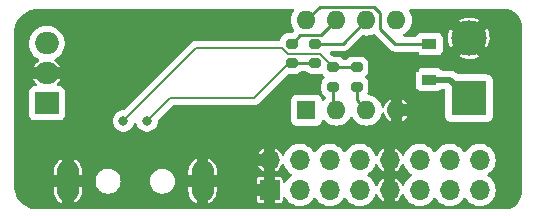
<source format=gbr>
%TF.GenerationSoftware,KiCad,Pcbnew,6.0.2*%
%TF.CreationDate,2022-03-12T22:23:20+01:00*%
%TF.ProjectId,batteryController,62617474-6572-4794-936f-6e74726f6c6c,rev?*%
%TF.SameCoordinates,Original*%
%TF.FileFunction,Copper,L2,Bot*%
%TF.FilePolarity,Positive*%
%FSLAX46Y46*%
G04 Gerber Fmt 4.6, Leading zero omitted, Abs format (unit mm)*
G04 Created by KiCad (PCBNEW 6.0.2) date 2022-03-12 22:23:20*
%MOMM*%
%LPD*%
G01*
G04 APERTURE LIST*
G04 Aperture macros list*
%AMRoundRect*
0 Rectangle with rounded corners*
0 $1 Rounding radius*
0 $2 $3 $4 $5 $6 $7 $8 $9 X,Y pos of 4 corners*
0 Add a 4 corners polygon primitive as box body*
4,1,4,$2,$3,$4,$5,$6,$7,$8,$9,$2,$3,0*
0 Add four circle primitives for the rounded corners*
1,1,$1+$1,$2,$3*
1,1,$1+$1,$4,$5*
1,1,$1+$1,$6,$7*
1,1,$1+$1,$8,$9*
0 Add four rect primitives between the rounded corners*
20,1,$1+$1,$2,$3,$4,$5,0*
20,1,$1+$1,$4,$5,$6,$7,0*
20,1,$1+$1,$6,$7,$8,$9,0*
20,1,$1+$1,$8,$9,$2,$3,0*%
%AMFreePoly0*
4,1,9,3.862500,-0.866500,0.737500,-0.866500,0.737500,-0.450000,-0.737500,-0.450000,-0.737500,0.450000,0.737500,0.450000,0.737500,0.866500,3.862500,0.866500,3.862500,-0.866500,3.862500,-0.866500,$1*%
G04 Aperture macros list end*
%TA.AperFunction,ComponentPad*%
%ADD10R,1.700000X1.700000*%
%TD*%
%TA.AperFunction,ComponentPad*%
%ADD11O,1.700000X1.700000*%
%TD*%
%TA.AperFunction,ComponentPad*%
%ADD12R,1.600000X1.600000*%
%TD*%
%TA.AperFunction,ComponentPad*%
%ADD13O,1.600000X1.600000*%
%TD*%
%TA.AperFunction,ComponentPad*%
%ADD14O,1.900000X3.500000*%
%TD*%
%TA.AperFunction,ComponentPad*%
%ADD15R,3.000000X3.000000*%
%TD*%
%TA.AperFunction,ComponentPad*%
%ADD16C,3.000000*%
%TD*%
%TA.AperFunction,SMDPad,CuDef*%
%ADD17RoundRect,0.200000X0.275000X-0.200000X0.275000X0.200000X-0.275000X0.200000X-0.275000X-0.200000X0*%
%TD*%
%TA.AperFunction,SMDPad,CuDef*%
%ADD18RoundRect,0.200000X-0.275000X0.200000X-0.275000X-0.200000X0.275000X-0.200000X0.275000X0.200000X0*%
%TD*%
%TA.AperFunction,SMDPad,CuDef*%
%ADD19R,1.300000X0.900000*%
%TD*%
%TA.AperFunction,SMDPad,CuDef*%
%ADD20FreePoly0,180.000000*%
%TD*%
%TA.AperFunction,ComponentPad*%
%ADD21R,2.000000X1.905000*%
%TD*%
%TA.AperFunction,ComponentPad*%
%ADD22O,2.000000X1.905000*%
%TD*%
%TA.AperFunction,ViaPad*%
%ADD23C,0.800000*%
%TD*%
%TA.AperFunction,Conductor*%
%ADD24C,0.500000*%
%TD*%
%TA.AperFunction,Conductor*%
%ADD25C,0.200000*%
%TD*%
%TA.AperFunction,Conductor*%
%ADD26C,0.250000*%
%TD*%
G04 APERTURE END LIST*
D10*
%TO.P,J1,1,Pin_1*%
%TO.N,/GND*%
X195125000Y-115845000D03*
D11*
%TO.P,J1,2,Pin_2*%
X195125000Y-113305000D03*
%TO.P,J1,3,Pin_3*%
%TO.N,/6V*%
X197665000Y-115845000D03*
%TO.P,J1,4,Pin_4*%
X197665000Y-113305000D03*
%TO.P,J1,5,Pin_5*%
%TO.N,Net-(J1-Pad5)*%
X200205000Y-115845000D03*
%TO.P,J1,6,Pin_6*%
%TO.N,Net-(J1-Pad6)*%
X200205000Y-113305000D03*
%TO.P,J1,7,Pin_7*%
%TO.N,Net-(J1-Pad5)*%
X202745000Y-115845000D03*
%TO.P,J1,8,Pin_8*%
%TO.N,Net-(J1-Pad6)*%
X202745000Y-113305000D03*
%TO.P,J1,9,Pin_9*%
%TO.N,/GND*%
X205285000Y-115845000D03*
%TO.P,J1,10,Pin_10*%
X205285000Y-113305000D03*
%TO.P,J1,11,Pin_11*%
%TO.N,/5V*%
X207825000Y-115845000D03*
%TO.P,J1,12,Pin_12*%
%TO.N,/6V*%
X207825000Y-113305000D03*
%TO.P,J1,13,Pin_13*%
%TO.N,/controll pin*%
X210365000Y-115845000D03*
%TO.P,J1,14,Pin_14*%
%TO.N,Net-(J1-Pad14)*%
X210365000Y-113305000D03*
%TO.P,J1,15,Pin_15*%
%TO.N,unconnected-(J1-Pad15)*%
X212905000Y-115845000D03*
%TO.P,J1,16,Pin_16*%
%TO.N,Net-(J1-Pad14)*%
X212905000Y-113305000D03*
%TD*%
D12*
%TO.P,U1,1,~{RESET}/PB5*%
%TO.N,unconnected-(U1-Pad1)*%
X198247000Y-109093000D03*
D13*
%TO.P,U1,2,XTAL1/PB3*%
%TO.N,Net-(R2-Pad1)*%
X200787000Y-109093000D03*
%TO.P,U1,3,XTAL2/PB4*%
%TO.N,Net-(R1-Pad1)*%
X203327000Y-109093000D03*
%TO.P,U1,4,GND*%
%TO.N,/GND*%
X205867000Y-109093000D03*
%TO.P,U1,5,AREF/PB0*%
%TO.N,/controll pin*%
X205867000Y-101473000D03*
%TO.P,U1,6,PB1*%
%TO.N,Net-(R4-Pad1)*%
X203327000Y-101473000D03*
%TO.P,U1,7,PB2*%
%TO.N,Net-(R3-Pad1)*%
X200787000Y-101473000D03*
%TO.P,U1,8,VCC*%
%TO.N,/5V*%
X198247000Y-101473000D03*
%TD*%
D14*
%TO.P,J3,5,Shield*%
%TO.N,/GND*%
X189450000Y-115100000D03*
X178050000Y-115100000D03*
%TD*%
D15*
%TO.P,J2,1,Pin_1*%
%TO.N,/VBUS*%
X212000000Y-108080000D03*
D16*
%TO.P,J2,2,Pin_2*%
%TO.N,/GND*%
X212000000Y-103000000D03*
%TD*%
D17*
%TO.P,R1,1*%
%TO.N,Net-(R1-Pad1)*%
X202500000Y-107124000D03*
%TO.P,R1,2*%
%TO.N,/D+*%
X202500000Y-105474000D03*
%TD*%
D18*
%TO.P,R4,1*%
%TO.N,Net-(R4-Pad1)*%
X199000000Y-103474000D03*
%TO.P,R4,2*%
%TO.N,/D-*%
X199000000Y-105124000D03*
%TD*%
D19*
%TO.P,U3,1,OUT*%
%TO.N,/5V*%
X208650000Y-103500000D03*
D20*
%TO.P,U3,2,GND*%
%TO.N,/GND*%
X208562500Y-105000000D03*
D19*
%TO.P,U3,3,IN*%
%TO.N,/VBUS*%
X208650000Y-106500000D03*
%TD*%
D18*
%TO.P,R3,1*%
%TO.N,Net-(R3-Pad1)*%
X197000000Y-103474000D03*
%TO.P,R3,2*%
%TO.N,/D-*%
X197000000Y-105124000D03*
%TD*%
D17*
%TO.P,R2,1*%
%TO.N,Net-(R2-Pad1)*%
X200500000Y-107124000D03*
%TO.P,R2,2*%
%TO.N,/D+*%
X200500000Y-105474000D03*
%TD*%
D21*
%TO.P,U2,1,IN*%
%TO.N,/VBUS*%
X176270000Y-108500000D03*
D22*
%TO.P,U2,2,GND*%
%TO.N,/GND*%
X176270000Y-105960000D03*
%TO.P,U2,3,OUT*%
%TO.N,/6V*%
X176270000Y-103420000D03*
%TD*%
D23*
%TO.N,/D-*%
X184750000Y-110000000D03*
%TO.N,/D+*%
X182750000Y-110000000D03*
%TO.N,/5V*%
X208650000Y-103500000D03*
%TD*%
D24*
%TO.N,/VBUS*%
X210420000Y-106500000D02*
X212000000Y-108080000D01*
X208650000Y-106500000D02*
X210420000Y-106500000D01*
D25*
%TO.N,/D-*%
X184750000Y-110000000D02*
X186690479Y-108059521D01*
X186690479Y-108059521D02*
X193799651Y-108059521D01*
X193799651Y-108059521D02*
X197000000Y-104859172D01*
D26*
X197000000Y-105124000D02*
X199000000Y-105124000D01*
D25*
%TO.N,/D+*%
X200500000Y-105442573D02*
X200500000Y-105474000D01*
X188889521Y-103860479D02*
X182750000Y-110000000D01*
D26*
X202500000Y-105474000D02*
X200500000Y-105474000D01*
D25*
X196205052Y-103860479D02*
X188889521Y-103860479D01*
X199356427Y-104299000D02*
X200500000Y-105442573D01*
X196643573Y-104299000D02*
X199356427Y-104299000D01*
X196643573Y-104299000D02*
X196205052Y-103860479D01*
D26*
%TO.N,Net-(R2-Pad1)*%
X200500000Y-107124000D02*
X200500000Y-108806000D01*
X200500000Y-108806000D02*
X200787000Y-109093000D01*
%TO.N,Net-(R3-Pad1)*%
X197724520Y-102749480D02*
X197000000Y-103474000D01*
X199510520Y-102749480D02*
X197724520Y-102749480D01*
X200787000Y-101473000D02*
X199510520Y-102749480D01*
%TO.N,/5V*%
X208650000Y-103500000D02*
X205750000Y-103500000D01*
X205750000Y-103500000D02*
X204451511Y-102201511D01*
X203962000Y-100348489D02*
X199371511Y-100348489D01*
X199371511Y-100348489D02*
X198247000Y-101473000D01*
X204451511Y-102201511D02*
X204451511Y-100838000D01*
X204451511Y-100838000D02*
X203962000Y-100348489D01*
%TO.N,Net-(R1-Pad1)*%
X202500000Y-108266000D02*
X203327000Y-109093000D01*
X202500000Y-107124000D02*
X202500000Y-108266000D01*
%TO.N,Net-(R4-Pad1)*%
X199000000Y-103474000D02*
X201326000Y-103474000D01*
X201326000Y-103474000D02*
X203327000Y-101473000D01*
%TD*%
%TA.AperFunction,Conductor*%
%TO.N,/GND*%
G36*
X197151394Y-100528002D02*
G01*
X197197887Y-100581658D01*
X197207991Y-100651932D01*
X197186486Y-100706271D01*
X197109477Y-100816251D01*
X197107154Y-100821233D01*
X197107151Y-100821238D01*
X197016066Y-101016572D01*
X197012716Y-101023757D01*
X197011294Y-101029065D01*
X197011293Y-101029067D01*
X196965151Y-101201271D01*
X196953457Y-101244913D01*
X196933502Y-101473000D01*
X196953457Y-101701087D01*
X197012716Y-101922243D01*
X197015039Y-101927224D01*
X197015039Y-101927225D01*
X197107151Y-102124762D01*
X197107154Y-102124767D01*
X197109477Y-102129749D01*
X197188395Y-102242455D01*
X197211082Y-102309727D01*
X197193797Y-102378587D01*
X197174277Y-102403819D01*
X197103119Y-102474976D01*
X197049499Y-102528596D01*
X196987187Y-102562621D01*
X196960404Y-102565500D01*
X196686386Y-102565501D01*
X196668366Y-102565501D01*
X196665508Y-102565764D01*
X196665499Y-102565764D01*
X196629996Y-102569026D01*
X196594938Y-102572247D01*
X196588560Y-102574246D01*
X196588559Y-102574246D01*
X196438550Y-102621256D01*
X196438548Y-102621257D01*
X196431301Y-102623528D01*
X196284619Y-102712361D01*
X196163361Y-102833619D01*
X196074528Y-102980301D01*
X196072257Y-102987548D01*
X196072256Y-102987550D01*
X196041602Y-103085369D01*
X196023247Y-103143938D01*
X196022635Y-103150602D01*
X196022611Y-103150720D01*
X195989623Y-103213587D01*
X195927882Y-103248639D01*
X195899064Y-103251979D01*
X188937657Y-103251979D01*
X188921214Y-103250901D01*
X188889521Y-103246729D01*
X188881332Y-103247807D01*
X188849647Y-103251978D01*
X188849638Y-103251979D01*
X188849636Y-103251979D01*
X188849630Y-103251980D01*
X188849628Y-103251980D01*
X188750064Y-103265088D01*
X188738857Y-103266563D01*
X188738855Y-103266564D01*
X188730670Y-103267641D01*
X188582645Y-103328955D01*
X188561430Y-103345234D01*
X188487458Y-103401994D01*
X188487442Y-103402008D01*
X188462087Y-103421463D01*
X188462084Y-103421466D01*
X188455534Y-103426492D01*
X188450504Y-103433047D01*
X188436069Y-103451858D01*
X188425202Y-103464249D01*
X182834856Y-109054595D01*
X182772544Y-109088621D01*
X182745761Y-109091500D01*
X182654513Y-109091500D01*
X182648061Y-109092872D01*
X182648056Y-109092872D01*
X182561112Y-109111353D01*
X182467712Y-109131206D01*
X182461682Y-109133891D01*
X182461681Y-109133891D01*
X182299278Y-109206197D01*
X182299276Y-109206198D01*
X182293248Y-109208882D01*
X182138747Y-109321134D01*
X182010960Y-109463056D01*
X181915473Y-109628444D01*
X181856458Y-109810072D01*
X181855768Y-109816633D01*
X181855768Y-109816635D01*
X181841532Y-109952081D01*
X181836496Y-110000000D01*
X181837186Y-110006565D01*
X181852993Y-110156956D01*
X181856458Y-110189928D01*
X181915473Y-110371556D01*
X181918776Y-110377278D01*
X181918777Y-110377279D01*
X181928861Y-110394745D01*
X182010960Y-110536944D01*
X182138747Y-110678866D01*
X182293248Y-110791118D01*
X182299276Y-110793802D01*
X182299278Y-110793803D01*
X182461681Y-110866109D01*
X182467712Y-110868794D01*
X182561113Y-110888647D01*
X182648056Y-110907128D01*
X182648061Y-110907128D01*
X182654513Y-110908500D01*
X182845487Y-110908500D01*
X182851939Y-110907128D01*
X182851944Y-110907128D01*
X182938887Y-110888647D01*
X183032288Y-110868794D01*
X183038319Y-110866109D01*
X183200722Y-110793803D01*
X183200724Y-110793802D01*
X183206752Y-110791118D01*
X183361253Y-110678866D01*
X183489040Y-110536944D01*
X183571139Y-110394745D01*
X183581223Y-110377279D01*
X183581224Y-110377278D01*
X183584527Y-110371556D01*
X183630167Y-110231090D01*
X183670241Y-110172486D01*
X183735637Y-110144849D01*
X183805594Y-110156956D01*
X183857900Y-110204962D01*
X183869832Y-110231089D01*
X183915473Y-110371556D01*
X183918776Y-110377278D01*
X183918777Y-110377279D01*
X183928861Y-110394745D01*
X184010960Y-110536944D01*
X184138747Y-110678866D01*
X184293248Y-110791118D01*
X184299276Y-110793802D01*
X184299278Y-110793803D01*
X184461681Y-110866109D01*
X184467712Y-110868794D01*
X184561113Y-110888647D01*
X184648056Y-110907128D01*
X184648061Y-110907128D01*
X184654513Y-110908500D01*
X184845487Y-110908500D01*
X184851939Y-110907128D01*
X184851944Y-110907128D01*
X184938887Y-110888647D01*
X185032288Y-110868794D01*
X185038319Y-110866109D01*
X185200722Y-110793803D01*
X185200724Y-110793802D01*
X185206752Y-110791118D01*
X185361253Y-110678866D01*
X185489040Y-110536944D01*
X185571139Y-110394745D01*
X185581223Y-110377279D01*
X185581224Y-110377278D01*
X185584527Y-110371556D01*
X185643542Y-110189928D01*
X185647008Y-110156956D01*
X185662814Y-110006565D01*
X185663504Y-110000000D01*
X185663316Y-109998214D01*
X185682816Y-109931804D01*
X185699719Y-109910830D01*
X186905623Y-108704926D01*
X186967935Y-108670900D01*
X186994718Y-108668021D01*
X193751515Y-108668021D01*
X193767958Y-108669099D01*
X193799651Y-108673271D01*
X193807840Y-108672193D01*
X193839525Y-108668022D01*
X193839535Y-108668021D01*
X193839536Y-108668021D01*
X193939108Y-108654912D01*
X193950315Y-108653437D01*
X193950317Y-108653436D01*
X193958502Y-108652359D01*
X194106527Y-108591045D01*
X194116548Y-108583356D01*
X194201723Y-108517998D01*
X194201726Y-108517995D01*
X194206179Y-108514578D01*
X194233638Y-108493508D01*
X194238668Y-108486953D01*
X194253103Y-108468142D01*
X194263970Y-108455751D01*
X195453300Y-107266421D01*
X196650315Y-106069405D01*
X196712627Y-106035380D01*
X196739410Y-106032500D01*
X197297900Y-106032499D01*
X197331634Y-106032499D01*
X197334492Y-106032236D01*
X197334501Y-106032236D01*
X197370004Y-106028974D01*
X197405062Y-106025753D01*
X197473375Y-106004345D01*
X197561450Y-105976744D01*
X197561452Y-105976743D01*
X197568699Y-105974472D01*
X197715381Y-105885639D01*
X197806615Y-105794405D01*
X197868927Y-105760379D01*
X197895710Y-105757500D01*
X198104290Y-105757500D01*
X198172411Y-105777502D01*
X198193385Y-105794405D01*
X198284619Y-105885639D01*
X198431301Y-105974472D01*
X198438548Y-105976743D01*
X198438550Y-105976744D01*
X198465157Y-105985082D01*
X198594938Y-106025753D01*
X198668365Y-106032500D01*
X198671263Y-106032500D01*
X199000860Y-106032499D01*
X199331634Y-106032499D01*
X199334492Y-106032236D01*
X199334501Y-106032236D01*
X199370004Y-106028974D01*
X199405062Y-106025753D01*
X199470382Y-106005283D01*
X199482770Y-106001401D01*
X199553755Y-106000117D01*
X199614166Y-106037414D01*
X199628225Y-106056363D01*
X199663361Y-106114381D01*
X199758885Y-106209905D01*
X199792911Y-106272217D01*
X199787846Y-106343032D01*
X199758885Y-106388095D01*
X199663361Y-106483619D01*
X199574528Y-106630301D01*
X199523247Y-106793938D01*
X199516500Y-106867365D01*
X199516501Y-107380634D01*
X199516764Y-107383492D01*
X199516764Y-107383501D01*
X199518626Y-107403767D01*
X199523247Y-107454062D01*
X199525246Y-107460440D01*
X199525246Y-107460441D01*
X199569310Y-107601047D01*
X199574528Y-107617699D01*
X199663361Y-107764381D01*
X199784619Y-107885639D01*
X199791120Y-107889576D01*
X199805771Y-107898449D01*
X199853678Y-107950846D01*
X199866500Y-108006225D01*
X199866500Y-108110812D01*
X199846498Y-108178933D01*
X199829595Y-108199907D01*
X199780802Y-108248700D01*
X199777643Y-108253211D01*
X199774108Y-108257424D01*
X199772974Y-108256473D01*
X199722929Y-108296471D01*
X199652310Y-108303776D01*
X199588951Y-108271742D01*
X199552970Y-108210538D01*
X199549918Y-108193483D01*
X199548745Y-108182684D01*
X199497615Y-108046295D01*
X199410261Y-107929739D01*
X199293705Y-107842385D01*
X199157316Y-107791255D01*
X199095134Y-107784500D01*
X197398866Y-107784500D01*
X197336684Y-107791255D01*
X197200295Y-107842385D01*
X197083739Y-107929739D01*
X196996385Y-108046295D01*
X196945255Y-108182684D01*
X196938500Y-108244866D01*
X196938500Y-109941134D01*
X196945255Y-110003316D01*
X196996385Y-110139705D01*
X197083739Y-110256261D01*
X197200295Y-110343615D01*
X197336684Y-110394745D01*
X197398866Y-110401500D01*
X199095134Y-110401500D01*
X199157316Y-110394745D01*
X199293705Y-110343615D01*
X199410261Y-110256261D01*
X199497615Y-110139705D01*
X199548745Y-110003316D01*
X199549917Y-109992526D01*
X199550803Y-109990394D01*
X199551425Y-109987778D01*
X199551848Y-109987879D01*
X199577155Y-109926965D01*
X199635517Y-109886537D01*
X199706471Y-109884078D01*
X199767490Y-109920371D01*
X199774489Y-109929031D01*
X199777643Y-109932789D01*
X199780802Y-109937300D01*
X199942700Y-110099198D01*
X199947208Y-110102355D01*
X199947211Y-110102357D01*
X199988542Y-110131297D01*
X200130251Y-110230523D01*
X200135233Y-110232846D01*
X200135238Y-110232849D01*
X200332775Y-110324961D01*
X200337757Y-110327284D01*
X200343065Y-110328706D01*
X200343067Y-110328707D01*
X200553598Y-110385119D01*
X200553600Y-110385119D01*
X200558913Y-110386543D01*
X200787000Y-110406498D01*
X201015087Y-110386543D01*
X201020400Y-110385119D01*
X201020402Y-110385119D01*
X201230933Y-110328707D01*
X201230935Y-110328706D01*
X201236243Y-110327284D01*
X201241225Y-110324961D01*
X201438762Y-110232849D01*
X201438767Y-110232846D01*
X201443749Y-110230523D01*
X201585458Y-110131297D01*
X201626789Y-110102357D01*
X201626792Y-110102355D01*
X201631300Y-110099198D01*
X201793198Y-109937300D01*
X201797047Y-109931804D01*
X201921366Y-109754257D01*
X201924523Y-109749749D01*
X201926846Y-109744767D01*
X201926849Y-109744762D01*
X201942805Y-109710543D01*
X201989722Y-109657258D01*
X202057999Y-109637797D01*
X202125959Y-109658339D01*
X202171195Y-109710543D01*
X202187151Y-109744762D01*
X202187154Y-109744767D01*
X202189477Y-109749749D01*
X202192634Y-109754257D01*
X202316954Y-109931804D01*
X202320802Y-109937300D01*
X202482700Y-110099198D01*
X202487208Y-110102355D01*
X202487211Y-110102357D01*
X202528542Y-110131297D01*
X202670251Y-110230523D01*
X202675233Y-110232846D01*
X202675238Y-110232849D01*
X202872775Y-110324961D01*
X202877757Y-110327284D01*
X202883065Y-110328706D01*
X202883067Y-110328707D01*
X203093598Y-110385119D01*
X203093600Y-110385119D01*
X203098913Y-110386543D01*
X203327000Y-110406498D01*
X203555087Y-110386543D01*
X203560400Y-110385119D01*
X203560402Y-110385119D01*
X203770933Y-110328707D01*
X203770935Y-110328706D01*
X203776243Y-110327284D01*
X203781225Y-110324961D01*
X203978762Y-110232849D01*
X203978767Y-110232846D01*
X203983749Y-110230523D01*
X204125458Y-110131297D01*
X204166789Y-110102357D01*
X204166792Y-110102355D01*
X204171300Y-110099198D01*
X204333198Y-109937300D01*
X204337047Y-109931804D01*
X204461366Y-109754257D01*
X204464523Y-109749749D01*
X204466846Y-109744767D01*
X204466849Y-109744762D01*
X204558961Y-109547225D01*
X204558961Y-109547224D01*
X204561284Y-109542243D01*
X204608981Y-109364237D01*
X204645933Y-109303615D01*
X204709794Y-109272593D01*
X204780288Y-109281022D01*
X204835035Y-109326225D01*
X204851807Y-109362119D01*
X204884311Y-109475475D01*
X204888829Y-109486887D01*
X204977314Y-109659060D01*
X204983964Y-109669378D01*
X205104209Y-109821090D01*
X205112732Y-109829916D01*
X205260159Y-109955386D01*
X205270231Y-109962386D01*
X205351185Y-110007630D01*
X205364936Y-110010763D01*
X205366220Y-110009083D01*
X205367000Y-110004878D01*
X205367000Y-109998725D01*
X206367000Y-109998725D01*
X206370973Y-110012256D01*
X206374443Y-110012755D01*
X206376158Y-110012214D01*
X206426840Y-109986613D01*
X206437199Y-109980038D01*
X206589748Y-109860854D01*
X206598630Y-109852396D01*
X206725127Y-109705848D01*
X206732197Y-109695826D01*
X206781662Y-109608752D01*
X206784891Y-109595024D01*
X206783403Y-109593871D01*
X206778799Y-109593000D01*
X206385115Y-109593000D01*
X206369876Y-109597475D01*
X206368671Y-109598865D01*
X206367000Y-109606548D01*
X206367000Y-109998725D01*
X205367000Y-109998725D01*
X205367000Y-108574885D01*
X206367000Y-108574885D01*
X206371475Y-108590124D01*
X206372865Y-108591329D01*
X206380548Y-108593000D01*
X206772280Y-108593000D01*
X206785811Y-108589027D01*
X206786211Y-108586244D01*
X206785267Y-108583356D01*
X206748697Y-108514578D01*
X206741898Y-108504343D01*
X206619549Y-108354328D01*
X206610910Y-108345629D01*
X206461743Y-108222226D01*
X206451572Y-108215366D01*
X206382936Y-108178255D01*
X206369143Y-108175315D01*
X206367605Y-108177387D01*
X206367000Y-108180781D01*
X206367000Y-108574885D01*
X205367000Y-108574885D01*
X205367000Y-108187628D01*
X205363027Y-108174097D01*
X205360015Y-108173664D01*
X205357517Y-108174471D01*
X205294736Y-108207292D01*
X205284475Y-108214006D01*
X205133606Y-108335308D01*
X205124832Y-108343901D01*
X205000405Y-108492187D01*
X204993467Y-108502317D01*
X204900204Y-108671964D01*
X204895376Y-108683228D01*
X204850286Y-108825370D01*
X204810623Y-108884254D01*
X204745420Y-108912346D01*
X204675381Y-108900729D01*
X204622741Y-108853089D01*
X204608477Y-108819882D01*
X204562707Y-108649067D01*
X204562706Y-108649065D01*
X204561284Y-108643757D01*
X204535763Y-108589027D01*
X204466849Y-108441238D01*
X204466846Y-108441233D01*
X204464523Y-108436251D01*
X204366648Y-108296471D01*
X204336357Y-108253211D01*
X204336355Y-108253208D01*
X204333198Y-108248700D01*
X204171300Y-108086802D01*
X204166792Y-108083645D01*
X204166789Y-108083643D01*
X204056224Y-108006225D01*
X203983749Y-107955477D01*
X203978767Y-107953154D01*
X203978762Y-107953151D01*
X203781225Y-107861039D01*
X203781224Y-107861039D01*
X203776243Y-107858716D01*
X203770935Y-107857294D01*
X203770933Y-107857293D01*
X203560402Y-107800881D01*
X203560400Y-107800881D01*
X203555087Y-107799457D01*
X203549611Y-107798978D01*
X203549606Y-107798977D01*
X203527438Y-107797038D01*
X203461319Y-107771175D01*
X203419680Y-107713671D01*
X203415739Y-107642784D01*
X203422692Y-107622289D01*
X203425472Y-107617699D01*
X203476753Y-107454062D01*
X203483500Y-107380635D01*
X203483499Y-106998134D01*
X207491500Y-106998134D01*
X207498255Y-107060316D01*
X207549385Y-107196705D01*
X207636739Y-107313261D01*
X207753295Y-107400615D01*
X207889684Y-107451745D01*
X207951866Y-107458500D01*
X209348134Y-107458500D01*
X209410316Y-107451745D01*
X209546705Y-107400615D01*
X209663261Y-107313261D01*
X209668642Y-107306081D01*
X209674992Y-107299731D01*
X209676627Y-107301366D01*
X209723359Y-107266421D01*
X209767329Y-107258500D01*
X209865500Y-107258500D01*
X209933621Y-107278502D01*
X209980114Y-107332158D01*
X209991500Y-107384500D01*
X209991500Y-109628134D01*
X209998255Y-109690316D01*
X210049385Y-109826705D01*
X210136739Y-109943261D01*
X210253295Y-110030615D01*
X210389684Y-110081745D01*
X210451866Y-110088500D01*
X213548134Y-110088500D01*
X213610316Y-110081745D01*
X213746705Y-110030615D01*
X213863261Y-109943261D01*
X213950615Y-109826705D01*
X214001745Y-109690316D01*
X214008500Y-109628134D01*
X214008500Y-106531866D01*
X214001745Y-106469684D01*
X213950615Y-106333295D01*
X213863261Y-106216739D01*
X213746705Y-106129385D01*
X213610316Y-106078255D01*
X213548134Y-106071500D01*
X211116371Y-106071500D01*
X211048250Y-106051498D01*
X211027276Y-106034595D01*
X211003770Y-106011089D01*
X210991384Y-105996677D01*
X210982851Y-105985082D01*
X210982846Y-105985077D01*
X210978508Y-105979182D01*
X210972930Y-105974443D01*
X210972927Y-105974440D01*
X210938232Y-105944965D01*
X210930716Y-105938035D01*
X210925021Y-105932340D01*
X210918880Y-105927482D01*
X210902749Y-105914719D01*
X210899345Y-105911928D01*
X210849297Y-105869409D01*
X210849295Y-105869408D01*
X210843715Y-105864667D01*
X210837199Y-105861339D01*
X210832150Y-105857972D01*
X210827021Y-105854805D01*
X210821284Y-105850266D01*
X210755125Y-105819345D01*
X210751225Y-105817439D01*
X210737530Y-105810446D01*
X210686192Y-105784231D01*
X210679084Y-105782492D01*
X210673441Y-105780393D01*
X210667678Y-105778476D01*
X210661050Y-105775378D01*
X210589583Y-105760513D01*
X210585299Y-105759543D01*
X210576950Y-105757500D01*
X210514390Y-105742192D01*
X210508788Y-105741844D01*
X210508785Y-105741844D01*
X210503236Y-105741500D01*
X210503238Y-105741464D01*
X210499245Y-105741225D01*
X210495053Y-105740851D01*
X210487885Y-105739360D01*
X210421675Y-105741151D01*
X210410479Y-105741454D01*
X210407072Y-105741500D01*
X209767329Y-105741500D01*
X209699208Y-105721498D01*
X209675668Y-105699593D01*
X209674992Y-105700269D01*
X209668642Y-105693919D01*
X209663261Y-105686739D01*
X209546705Y-105599385D01*
X209410316Y-105548255D01*
X209348134Y-105541500D01*
X207951866Y-105541500D01*
X207889684Y-105548255D01*
X207753295Y-105599385D01*
X207636739Y-105686739D01*
X207549385Y-105803295D01*
X207498255Y-105939684D01*
X207491500Y-106001866D01*
X207491500Y-106998134D01*
X203483499Y-106998134D01*
X203483499Y-106867366D01*
X203483234Y-106864474D01*
X203477364Y-106800592D01*
X203476753Y-106793938D01*
X203474752Y-106787554D01*
X203427744Y-106637550D01*
X203427743Y-106637548D01*
X203425472Y-106630301D01*
X203336639Y-106483619D01*
X203241115Y-106388095D01*
X203207089Y-106325783D01*
X203212154Y-106254968D01*
X203241115Y-106209905D01*
X203336639Y-106114381D01*
X203425472Y-105967699D01*
X203431790Y-105947540D01*
X203459669Y-105858577D01*
X203476753Y-105804062D01*
X203483500Y-105730635D01*
X203483499Y-105217366D01*
X203476753Y-105143938D01*
X203459329Y-105088339D01*
X203427744Y-104987550D01*
X203427743Y-104987548D01*
X203425472Y-104980301D01*
X203336639Y-104833619D01*
X203215381Y-104712361D01*
X203068699Y-104623528D01*
X203061452Y-104621257D01*
X203061450Y-104621256D01*
X202984776Y-104597228D01*
X202905062Y-104572247D01*
X202831635Y-104565500D01*
X202828737Y-104565500D01*
X202499140Y-104565501D01*
X202168366Y-104565501D01*
X202165508Y-104565764D01*
X202165499Y-104565764D01*
X202129996Y-104569026D01*
X202094938Y-104572247D01*
X202088560Y-104574246D01*
X202088559Y-104574246D01*
X201938550Y-104621256D01*
X201938548Y-104621257D01*
X201931301Y-104623528D01*
X201784619Y-104712361D01*
X201693385Y-104803595D01*
X201631073Y-104837621D01*
X201604290Y-104840500D01*
X201395710Y-104840500D01*
X201327589Y-104820498D01*
X201306615Y-104803595D01*
X201215381Y-104712361D01*
X201068699Y-104623528D01*
X201061452Y-104621257D01*
X201061450Y-104621256D01*
X200984776Y-104597228D01*
X200905062Y-104572247D01*
X200831635Y-104565500D01*
X200813320Y-104565500D01*
X200535666Y-104565501D01*
X200467547Y-104545499D01*
X200459630Y-104539119D01*
X211173608Y-104539119D01*
X211178074Y-104545085D01*
X211296097Y-104607180D01*
X211304646Y-104610897D01*
X211541381Y-104693568D01*
X211550390Y-104695982D01*
X211796750Y-104742755D01*
X211806007Y-104743809D01*
X212056577Y-104753655D01*
X212065891Y-104753329D01*
X212315153Y-104726031D01*
X212324330Y-104724330D01*
X212566822Y-104660487D01*
X212575638Y-104657451D01*
X212806024Y-104558470D01*
X212814308Y-104554158D01*
X212819130Y-104551174D01*
X212828544Y-104540676D01*
X212824657Y-104531764D01*
X212012812Y-103719919D01*
X211998868Y-103712305D01*
X211997035Y-103712436D01*
X211990420Y-103716687D01*
X211180368Y-104526739D01*
X211173608Y-104539119D01*
X200459630Y-104539119D01*
X200446572Y-104528596D01*
X200240571Y-104322595D01*
X200206545Y-104260283D01*
X200211610Y-104189468D01*
X200254157Y-104132632D01*
X200320677Y-104107821D01*
X200329666Y-104107500D01*
X201247233Y-104107500D01*
X201258416Y-104108027D01*
X201265909Y-104109702D01*
X201273835Y-104109453D01*
X201273836Y-104109453D01*
X201333986Y-104107562D01*
X201337945Y-104107500D01*
X201365856Y-104107500D01*
X201369791Y-104107003D01*
X201369856Y-104106995D01*
X201381693Y-104106062D01*
X201413951Y-104105048D01*
X201417970Y-104104922D01*
X201425889Y-104104673D01*
X201445343Y-104099021D01*
X201464700Y-104095013D01*
X201476930Y-104093468D01*
X201476931Y-104093468D01*
X201484797Y-104092474D01*
X201492168Y-104089555D01*
X201492170Y-104089555D01*
X201525912Y-104076196D01*
X201537142Y-104072351D01*
X201571983Y-104062229D01*
X201571984Y-104062229D01*
X201579593Y-104060018D01*
X201586412Y-104055985D01*
X201586417Y-104055983D01*
X201597028Y-104049707D01*
X201614776Y-104041012D01*
X201633617Y-104033552D01*
X201650963Y-104020950D01*
X201669387Y-104007564D01*
X201679307Y-104001048D01*
X201710535Y-103982580D01*
X201710538Y-103982578D01*
X201717362Y-103978542D01*
X201731683Y-103964221D01*
X201746717Y-103951380D01*
X201756694Y-103944131D01*
X201763107Y-103939472D01*
X201791298Y-103905395D01*
X201799288Y-103896616D01*
X202913752Y-102782152D01*
X202976064Y-102748126D01*
X203035459Y-102749541D01*
X203093591Y-102765118D01*
X203093602Y-102765120D01*
X203098913Y-102766543D01*
X203327000Y-102786498D01*
X203555087Y-102766543D01*
X203560400Y-102765119D01*
X203560402Y-102765119D01*
X203770933Y-102708707D01*
X203770935Y-102708706D01*
X203776243Y-102707284D01*
X203890744Y-102653892D01*
X203960935Y-102643231D01*
X204025748Y-102672211D01*
X204033088Y-102678992D01*
X205246348Y-103892253D01*
X205253888Y-103900539D01*
X205258000Y-103907018D01*
X205263777Y-103912443D01*
X205307651Y-103953643D01*
X205310493Y-103956398D01*
X205330230Y-103976135D01*
X205333427Y-103978615D01*
X205342447Y-103986318D01*
X205374679Y-104016586D01*
X205381625Y-104020405D01*
X205381628Y-104020407D01*
X205392434Y-104026348D01*
X205408953Y-104037199D01*
X205424959Y-104049614D01*
X205432228Y-104052759D01*
X205432232Y-104052762D01*
X205465537Y-104067174D01*
X205476187Y-104072391D01*
X205514940Y-104093695D01*
X205522615Y-104095666D01*
X205522616Y-104095666D01*
X205534562Y-104098733D01*
X205553266Y-104105137D01*
X205560019Y-104108059D01*
X205571855Y-104113181D01*
X205579678Y-104114420D01*
X205579688Y-104114423D01*
X205615524Y-104120099D01*
X205627144Y-104122505D01*
X205662289Y-104131528D01*
X205669970Y-104133500D01*
X205690224Y-104133500D01*
X205709934Y-104135051D01*
X205729943Y-104138220D01*
X205737835Y-104137474D01*
X205773961Y-104134059D01*
X205785819Y-104133500D01*
X207441567Y-104133500D01*
X207509688Y-104153502D01*
X207549000Y-104195678D01*
X207549385Y-104196705D01*
X207636739Y-104313261D01*
X207753295Y-104400615D01*
X207889684Y-104451745D01*
X207951866Y-104458500D01*
X209348134Y-104458500D01*
X209410316Y-104451745D01*
X209546705Y-104400615D01*
X209663261Y-104313261D01*
X209750615Y-104196705D01*
X209801745Y-104060316D01*
X209808500Y-103998134D01*
X209808500Y-103001866D01*
X209803814Y-102958734D01*
X210245918Y-102958734D01*
X210257950Y-103209196D01*
X210259087Y-103218459D01*
X210308007Y-103464398D01*
X210310496Y-103473373D01*
X210395232Y-103709381D01*
X210399029Y-103717909D01*
X210451953Y-103816406D01*
X210461858Y-103826445D01*
X210469090Y-103823803D01*
X211280081Y-103012812D01*
X211286459Y-103001132D01*
X212712305Y-103001132D01*
X212712436Y-103002965D01*
X212716687Y-103009580D01*
X213530124Y-103823017D01*
X213542504Y-103829777D01*
X213547269Y-103826210D01*
X213647152Y-103604478D01*
X213650343Y-103595711D01*
X213718407Y-103354376D01*
X213720267Y-103345234D01*
X213752104Y-103094976D01*
X213752585Y-103088688D01*
X213754824Y-103003160D01*
X213754673Y-102996851D01*
X213735977Y-102745260D01*
X213734600Y-102736054D01*
X213679257Y-102491472D01*
X213676533Y-102482561D01*
X213585646Y-102248846D01*
X213581635Y-102240437D01*
X213548813Y-102183011D01*
X213538650Y-102173235D01*
X213530749Y-102176358D01*
X212719919Y-102987188D01*
X212712305Y-103001132D01*
X211286459Y-103001132D01*
X211287695Y-102998868D01*
X211287564Y-102997035D01*
X211283313Y-102990420D01*
X210471768Y-102178875D01*
X210459388Y-102172115D01*
X210451867Y-102177745D01*
X210438791Y-102199293D01*
X210434557Y-102207603D01*
X210337589Y-102438846D01*
X210334629Y-102447692D01*
X210272907Y-102690725D01*
X210271285Y-102699922D01*
X210246163Y-102949408D01*
X210245918Y-102958734D01*
X209803814Y-102958734D01*
X209801745Y-102939684D01*
X209750615Y-102803295D01*
X209663261Y-102686739D01*
X209546705Y-102599385D01*
X209410316Y-102548255D01*
X209348134Y-102541500D01*
X207951866Y-102541500D01*
X207889684Y-102548255D01*
X207753295Y-102599385D01*
X207636739Y-102686739D01*
X207549385Y-102803295D01*
X207549139Y-102803951D01*
X207501825Y-102851157D01*
X207441567Y-102866500D01*
X206543154Y-102866500D01*
X206475033Y-102846498D01*
X206428540Y-102792842D01*
X206418436Y-102722568D01*
X206447930Y-102657988D01*
X206489905Y-102626305D01*
X206518758Y-102612851D01*
X206518764Y-102612847D01*
X206523749Y-102610523D01*
X206663684Y-102512539D01*
X206706789Y-102482357D01*
X206706792Y-102482355D01*
X206711300Y-102479198D01*
X206873198Y-102317300D01*
X206894020Y-102287564D01*
X206950009Y-102207603D01*
X207004523Y-102129749D01*
X207006846Y-102124767D01*
X207006849Y-102124762D01*
X207098961Y-101927225D01*
X207098961Y-101927224D01*
X207101284Y-101922243D01*
X207160543Y-101701087D01*
X207180498Y-101473000D01*
X207179321Y-101459546D01*
X211170792Y-101459546D01*
X211172545Y-101465438D01*
X211987188Y-102280081D01*
X212001132Y-102287695D01*
X212002965Y-102287564D01*
X212009580Y-102283313D01*
X212820468Y-101472425D01*
X212827228Y-101460045D01*
X212823174Y-101454629D01*
X212661588Y-101374944D01*
X212652955Y-101371456D01*
X212414120Y-101295004D01*
X212405069Y-101292831D01*
X212157562Y-101252522D01*
X212148273Y-101251710D01*
X211897542Y-101248427D01*
X211888231Y-101248997D01*
X211639765Y-101282812D01*
X211630646Y-101284750D01*
X211389918Y-101354916D01*
X211381165Y-101358188D01*
X211181417Y-101450274D01*
X211170792Y-101459546D01*
X207179321Y-101459546D01*
X207160543Y-101244913D01*
X207148849Y-101201271D01*
X207102707Y-101029067D01*
X207102706Y-101029065D01*
X207101284Y-101023757D01*
X207097934Y-101016572D01*
X207006849Y-100821238D01*
X207006846Y-100821233D01*
X207004523Y-100816251D01*
X206927514Y-100706271D01*
X206904826Y-100638997D01*
X206922111Y-100570136D01*
X206973881Y-100521552D01*
X207030727Y-100508000D01*
X214950672Y-100508000D01*
X214970056Y-100509500D01*
X214972150Y-100509826D01*
X214984859Y-100511805D01*
X214984861Y-100511805D01*
X214993730Y-100513186D01*
X215002632Y-100512022D01*
X215002634Y-100512022D01*
X215008959Y-100511195D01*
X215034282Y-100510452D01*
X215189487Y-100521552D01*
X215203343Y-100522543D01*
X215221137Y-100525101D01*
X215234473Y-100528002D01*
X215411540Y-100566521D01*
X215428788Y-100571586D01*
X215611358Y-100639682D01*
X215627710Y-100647149D01*
X215657260Y-100663284D01*
X215798734Y-100740534D01*
X215813848Y-100750248D01*
X215908680Y-100821238D01*
X215969842Y-100867023D01*
X215983428Y-100878796D01*
X216121204Y-101016572D01*
X216132977Y-101030158D01*
X216249752Y-101186152D01*
X216259466Y-101201266D01*
X216299649Y-101274857D01*
X216352851Y-101372290D01*
X216360318Y-101388642D01*
X216428414Y-101571212D01*
X216433480Y-101588462D01*
X216474899Y-101778863D01*
X216477457Y-101796658D01*
X216489041Y-101958629D01*
X216488297Y-101976533D01*
X216488195Y-101984858D01*
X216486814Y-101993730D01*
X216487978Y-102002632D01*
X216487978Y-102002635D01*
X216490936Y-102025251D01*
X216492000Y-102041589D01*
X216492000Y-115950672D01*
X216490500Y-115970057D01*
X216489941Y-115973650D01*
X216486814Y-115993730D01*
X216487978Y-116002632D01*
X216487978Y-116002634D01*
X216488805Y-116008959D01*
X216489548Y-116034282D01*
X216485910Y-116085152D01*
X216477457Y-116203343D01*
X216474899Y-116221137D01*
X216446679Y-116350865D01*
X216433480Y-116411538D01*
X216428414Y-116428788D01*
X216360318Y-116611358D01*
X216352851Y-116627710D01*
X216343034Y-116645689D01*
X216269490Y-116780377D01*
X216259469Y-116798729D01*
X216249752Y-116813848D01*
X216144881Y-116953940D01*
X216132977Y-116969842D01*
X216121204Y-116983428D01*
X215983428Y-117121204D01*
X215969841Y-117132977D01*
X215813848Y-117249752D01*
X215798734Y-117259466D01*
X215778556Y-117270484D01*
X215627710Y-117352851D01*
X215611358Y-117360318D01*
X215428788Y-117428414D01*
X215411540Y-117433479D01*
X215248022Y-117469051D01*
X215221137Y-117474899D01*
X215203342Y-117477457D01*
X215154443Y-117480954D01*
X215041369Y-117489041D01*
X215023467Y-117488297D01*
X215015142Y-117488195D01*
X215006270Y-117486814D01*
X214997368Y-117487978D01*
X214997365Y-117487978D01*
X214974749Y-117490936D01*
X214958411Y-117492000D01*
X175549328Y-117492000D01*
X175529943Y-117490500D01*
X175515142Y-117488195D01*
X175515139Y-117488195D01*
X175506270Y-117486814D01*
X175490001Y-117488941D01*
X175465433Y-117489734D01*
X175248234Y-117475498D01*
X175231894Y-117473347D01*
X175112212Y-117449541D01*
X174992527Y-117425734D01*
X174976617Y-117421471D01*
X174745514Y-117343022D01*
X174730290Y-117336716D01*
X174511408Y-117228776D01*
X174497134Y-117220535D01*
X174294217Y-117084950D01*
X174281142Y-117074917D01*
X174097653Y-116914002D01*
X174085998Y-116902347D01*
X173925083Y-116718858D01*
X173915050Y-116705783D01*
X173779465Y-116502866D01*
X173771224Y-116488592D01*
X173663284Y-116269710D01*
X173656977Y-116254484D01*
X173642669Y-116212334D01*
X173578529Y-116023383D01*
X173574265Y-116007470D01*
X173569768Y-115984859D01*
X173563441Y-115953052D01*
X176850000Y-115953052D01*
X176850266Y-115958841D01*
X176864510Y-116113866D01*
X176866607Y-116125180D01*
X176923336Y-116326325D01*
X176927455Y-116337056D01*
X177019893Y-116524503D01*
X177025903Y-116534311D01*
X177150953Y-116701773D01*
X177158643Y-116710313D01*
X177312117Y-116852184D01*
X177321242Y-116859185D01*
X177497994Y-116970707D01*
X177508241Y-116975928D01*
X177533172Y-116985874D01*
X177547215Y-116987198D01*
X177550000Y-116982360D01*
X177550000Y-116976574D01*
X178550000Y-116976574D01*
X178553973Y-116990105D01*
X178560055Y-116990979D01*
X178563410Y-116989742D01*
X178573789Y-116984791D01*
X178753396Y-116877936D01*
X178762708Y-116871171D01*
X178919837Y-116733371D01*
X178927754Y-116725028D01*
X179057138Y-116560905D01*
X179063409Y-116551249D01*
X179160713Y-116366304D01*
X179165119Y-116355667D01*
X179227092Y-116156084D01*
X179229485Y-116144826D01*
X179249564Y-115975181D01*
X179250000Y-115967778D01*
X179250000Y-115618115D01*
X179245525Y-115602876D01*
X179244135Y-115601671D01*
X179236452Y-115600000D01*
X178568115Y-115600000D01*
X178552876Y-115604475D01*
X178551671Y-115605865D01*
X178550000Y-115613548D01*
X178550000Y-116976574D01*
X177550000Y-116976574D01*
X177550000Y-115618115D01*
X177545525Y-115602876D01*
X177544135Y-115601671D01*
X177536452Y-115600000D01*
X176868115Y-115600000D01*
X176852876Y-115604475D01*
X176851671Y-115605865D01*
X176850000Y-115613548D01*
X176850000Y-115953052D01*
X173563441Y-115953052D01*
X173541281Y-115841646D01*
X173526653Y-115768106D01*
X173524502Y-115751766D01*
X173510974Y-115545376D01*
X173512147Y-115522218D01*
X173511829Y-115522189D01*
X173512264Y-115517333D01*
X173513071Y-115512539D01*
X173513224Y-115500000D01*
X173509273Y-115472412D01*
X173508000Y-115454549D01*
X173508000Y-115092575D01*
X180386404Y-115092575D01*
X180388029Y-115110433D01*
X180401218Y-115255346D01*
X180405218Y-115299303D01*
X180406956Y-115305209D01*
X180406957Y-115305213D01*
X180418667Y-115345000D01*
X180463827Y-115498440D01*
X180559999Y-115682400D01*
X180690071Y-115844177D01*
X180694788Y-115848135D01*
X180694790Y-115848137D01*
X180766418Y-115908240D01*
X180849089Y-115977609D01*
X180854481Y-115980573D01*
X180854485Y-115980576D01*
X180952964Y-116034715D01*
X181030995Y-116077613D01*
X181228861Y-116140379D01*
X181234978Y-116141065D01*
X181234982Y-116141066D01*
X181311598Y-116149659D01*
X181390413Y-116158500D01*
X181502237Y-116158500D01*
X181505293Y-116158200D01*
X181505300Y-116158200D01*
X181650466Y-116143966D01*
X181650469Y-116143965D01*
X181656592Y-116143365D01*
X181788546Y-116103526D01*
X181849407Y-116085152D01*
X181849410Y-116085151D01*
X181855315Y-116083368D01*
X181862635Y-116079476D01*
X182033153Y-115988809D01*
X182033155Y-115988808D01*
X182038599Y-115985913D01*
X182133836Y-115908240D01*
X182194689Y-115858610D01*
X182194692Y-115858607D01*
X182199464Y-115854715D01*
X182331783Y-115694770D01*
X182335876Y-115687201D01*
X182427584Y-115517590D01*
X182427586Y-115517585D01*
X182430514Y-115512170D01*
X182491898Y-115313871D01*
X182493429Y-115299303D01*
X182512952Y-115113554D01*
X182512952Y-115113552D01*
X182513596Y-115107425D01*
X182512245Y-115092575D01*
X184986404Y-115092575D01*
X184988029Y-115110433D01*
X185001218Y-115255346D01*
X185005218Y-115299303D01*
X185006956Y-115305209D01*
X185006957Y-115305213D01*
X185018667Y-115345000D01*
X185063827Y-115498440D01*
X185159999Y-115682400D01*
X185290071Y-115844177D01*
X185294788Y-115848135D01*
X185294790Y-115848137D01*
X185366418Y-115908240D01*
X185449089Y-115977609D01*
X185454481Y-115980573D01*
X185454485Y-115980576D01*
X185552964Y-116034715D01*
X185630995Y-116077613D01*
X185828861Y-116140379D01*
X185834978Y-116141065D01*
X185834982Y-116141066D01*
X185911598Y-116149659D01*
X185990413Y-116158500D01*
X186102237Y-116158500D01*
X186105293Y-116158200D01*
X186105300Y-116158200D01*
X186250466Y-116143966D01*
X186250469Y-116143965D01*
X186256592Y-116143365D01*
X186388546Y-116103526D01*
X186449407Y-116085152D01*
X186449410Y-116085151D01*
X186455315Y-116083368D01*
X186462635Y-116079476D01*
X186633153Y-115988809D01*
X186633155Y-115988808D01*
X186638599Y-115985913D01*
X186678891Y-115953052D01*
X188250000Y-115953052D01*
X188250266Y-115958841D01*
X188264510Y-116113866D01*
X188266607Y-116125180D01*
X188323336Y-116326325D01*
X188327455Y-116337056D01*
X188419893Y-116524503D01*
X188425903Y-116534311D01*
X188550953Y-116701773D01*
X188558643Y-116710313D01*
X188712117Y-116852184D01*
X188721242Y-116859185D01*
X188897994Y-116970707D01*
X188908241Y-116975928D01*
X188933172Y-116985874D01*
X188947215Y-116987198D01*
X188950000Y-116982360D01*
X188950000Y-116976574D01*
X189950000Y-116976574D01*
X189953973Y-116990105D01*
X189960055Y-116990979D01*
X189963410Y-116989742D01*
X189973789Y-116984791D01*
X190153396Y-116877936D01*
X190162708Y-116871171D01*
X190319837Y-116733371D01*
X190327754Y-116725028D01*
X190336892Y-116713437D01*
X194025000Y-116713437D01*
X194026207Y-116725691D01*
X194037085Y-116780377D01*
X194046398Y-116802862D01*
X194087867Y-116864924D01*
X194105076Y-116882133D01*
X194167138Y-116923602D01*
X194189623Y-116932915D01*
X194244309Y-116943793D01*
X194256563Y-116945000D01*
X194606885Y-116945000D01*
X194622124Y-116940525D01*
X194623329Y-116939135D01*
X194625000Y-116931452D01*
X194625000Y-116926885D01*
X195625000Y-116926885D01*
X195629475Y-116942124D01*
X195630865Y-116943329D01*
X195638548Y-116945000D01*
X195993437Y-116945000D01*
X196005691Y-116943793D01*
X196060377Y-116932915D01*
X196082862Y-116923602D01*
X196144924Y-116882133D01*
X196162133Y-116864924D01*
X196203602Y-116802862D01*
X196212915Y-116780377D01*
X196223793Y-116725691D01*
X196225000Y-116713437D01*
X196225000Y-116542042D01*
X196245002Y-116473921D01*
X196298658Y-116427428D01*
X196368932Y-116417324D01*
X196433512Y-116446818D01*
X196458433Y-116476207D01*
X196562291Y-116645688D01*
X196564987Y-116650088D01*
X196711250Y-116818938D01*
X196883126Y-116961632D01*
X197076000Y-117074338D01*
X197284692Y-117154030D01*
X197289760Y-117155061D01*
X197289763Y-117155062D01*
X197397017Y-117176883D01*
X197503597Y-117198567D01*
X197508772Y-117198757D01*
X197508774Y-117198757D01*
X197721673Y-117206564D01*
X197721677Y-117206564D01*
X197726837Y-117206753D01*
X197731957Y-117206097D01*
X197731959Y-117206097D01*
X197943288Y-117179025D01*
X197943289Y-117179025D01*
X197948416Y-117178368D01*
X197984121Y-117167656D01*
X198157429Y-117115661D01*
X198157434Y-117115659D01*
X198162384Y-117114174D01*
X198362994Y-117015896D01*
X198544860Y-116886173D01*
X198566184Y-116864924D01*
X198673236Y-116758245D01*
X198703096Y-116728489D01*
X198762594Y-116645689D01*
X198833453Y-116547077D01*
X198834776Y-116548028D01*
X198881645Y-116504857D01*
X198951580Y-116492625D01*
X199017026Y-116520144D01*
X199044875Y-116551994D01*
X199050336Y-116560905D01*
X199104987Y-116650088D01*
X199251250Y-116818938D01*
X199423126Y-116961632D01*
X199616000Y-117074338D01*
X199824692Y-117154030D01*
X199829760Y-117155061D01*
X199829763Y-117155062D01*
X199937017Y-117176883D01*
X200043597Y-117198567D01*
X200048772Y-117198757D01*
X200048774Y-117198757D01*
X200261673Y-117206564D01*
X200261677Y-117206564D01*
X200266837Y-117206753D01*
X200271957Y-117206097D01*
X200271959Y-117206097D01*
X200483288Y-117179025D01*
X200483289Y-117179025D01*
X200488416Y-117178368D01*
X200524121Y-117167656D01*
X200697429Y-117115661D01*
X200697434Y-117115659D01*
X200702384Y-117114174D01*
X200902994Y-117015896D01*
X201084860Y-116886173D01*
X201106184Y-116864924D01*
X201213236Y-116758245D01*
X201243096Y-116728489D01*
X201302594Y-116645689D01*
X201373453Y-116547077D01*
X201374776Y-116548028D01*
X201421645Y-116504857D01*
X201491580Y-116492625D01*
X201557026Y-116520144D01*
X201584875Y-116551994D01*
X201590336Y-116560905D01*
X201644987Y-116650088D01*
X201791250Y-116818938D01*
X201963126Y-116961632D01*
X202156000Y-117074338D01*
X202364692Y-117154030D01*
X202369760Y-117155061D01*
X202369763Y-117155062D01*
X202477017Y-117176883D01*
X202583597Y-117198567D01*
X202588772Y-117198757D01*
X202588774Y-117198757D01*
X202801673Y-117206564D01*
X202801677Y-117206564D01*
X202806837Y-117206753D01*
X202811957Y-117206097D01*
X202811959Y-117206097D01*
X203023288Y-117179025D01*
X203023289Y-117179025D01*
X203028416Y-117178368D01*
X203064121Y-117167656D01*
X203237429Y-117115661D01*
X203237434Y-117115659D01*
X203242384Y-117114174D01*
X203442994Y-117015896D01*
X203624860Y-116886173D01*
X203646184Y-116864924D01*
X203753236Y-116758245D01*
X203783096Y-116728489D01*
X203842594Y-116645689D01*
X203910435Y-116551277D01*
X203913453Y-116547077D01*
X203915942Y-116542042D01*
X204010136Y-116351453D01*
X204010137Y-116351451D01*
X204012430Y-116346811D01*
X204026844Y-116299370D01*
X204032349Y-116281251D01*
X204071290Y-116221887D01*
X204136144Y-116193000D01*
X204206320Y-116203762D01*
X204259538Y-116250755D01*
X204267333Y-116265129D01*
X204325872Y-116392111D01*
X204331623Y-116402072D01*
X204441634Y-116557734D01*
X204449112Y-116566489D01*
X204585642Y-116699490D01*
X204594586Y-116706733D01*
X204753073Y-116812631D01*
X204763183Y-116818121D01*
X204768356Y-116820343D01*
X204782355Y-116822034D01*
X204785000Y-116817707D01*
X204785000Y-116807713D01*
X205785000Y-116807713D01*
X205788973Y-116821244D01*
X205791037Y-116821540D01*
X205795136Y-116820152D01*
X205905678Y-116758245D01*
X205915157Y-116751730D01*
X206061712Y-116629841D01*
X206069841Y-116621712D01*
X206191725Y-116475162D01*
X206198250Y-116465669D01*
X206291382Y-116299370D01*
X206296064Y-116288855D01*
X206297887Y-116283483D01*
X206338724Y-116225407D01*
X206404476Y-116198628D01*
X206474269Y-116211649D01*
X206525942Y-116260335D01*
X206533943Y-116276580D01*
X206603069Y-116446818D01*
X206608266Y-116459616D01*
X206648029Y-116524503D01*
X206722291Y-116645688D01*
X206724987Y-116650088D01*
X206871250Y-116818938D01*
X207043126Y-116961632D01*
X207236000Y-117074338D01*
X207444692Y-117154030D01*
X207449760Y-117155061D01*
X207449763Y-117155062D01*
X207557017Y-117176883D01*
X207663597Y-117198567D01*
X207668772Y-117198757D01*
X207668774Y-117198757D01*
X207881673Y-117206564D01*
X207881677Y-117206564D01*
X207886837Y-117206753D01*
X207891957Y-117206097D01*
X207891959Y-117206097D01*
X208103288Y-117179025D01*
X208103289Y-117179025D01*
X208108416Y-117178368D01*
X208144121Y-117167656D01*
X208317429Y-117115661D01*
X208317434Y-117115659D01*
X208322384Y-117114174D01*
X208522994Y-117015896D01*
X208704860Y-116886173D01*
X208726184Y-116864924D01*
X208833236Y-116758245D01*
X208863096Y-116728489D01*
X208922594Y-116645689D01*
X208993453Y-116547077D01*
X208994776Y-116548028D01*
X209041645Y-116504857D01*
X209111580Y-116492625D01*
X209177026Y-116520144D01*
X209204875Y-116551994D01*
X209210336Y-116560905D01*
X209264987Y-116650088D01*
X209411250Y-116818938D01*
X209583126Y-116961632D01*
X209776000Y-117074338D01*
X209984692Y-117154030D01*
X209989760Y-117155061D01*
X209989763Y-117155062D01*
X210097017Y-117176883D01*
X210203597Y-117198567D01*
X210208772Y-117198757D01*
X210208774Y-117198757D01*
X210421673Y-117206564D01*
X210421677Y-117206564D01*
X210426837Y-117206753D01*
X210431957Y-117206097D01*
X210431959Y-117206097D01*
X210643288Y-117179025D01*
X210643289Y-117179025D01*
X210648416Y-117178368D01*
X210684121Y-117167656D01*
X210857429Y-117115661D01*
X210857434Y-117115659D01*
X210862384Y-117114174D01*
X211062994Y-117015896D01*
X211244860Y-116886173D01*
X211266184Y-116864924D01*
X211373236Y-116758245D01*
X211403096Y-116728489D01*
X211462594Y-116645689D01*
X211533453Y-116547077D01*
X211534776Y-116548028D01*
X211581645Y-116504857D01*
X211651580Y-116492625D01*
X211717026Y-116520144D01*
X211744875Y-116551994D01*
X211750336Y-116560905D01*
X211804987Y-116650088D01*
X211951250Y-116818938D01*
X212123126Y-116961632D01*
X212316000Y-117074338D01*
X212524692Y-117154030D01*
X212529760Y-117155061D01*
X212529763Y-117155062D01*
X212637017Y-117176883D01*
X212743597Y-117198567D01*
X212748772Y-117198757D01*
X212748774Y-117198757D01*
X212961673Y-117206564D01*
X212961677Y-117206564D01*
X212966837Y-117206753D01*
X212971957Y-117206097D01*
X212971959Y-117206097D01*
X213183288Y-117179025D01*
X213183289Y-117179025D01*
X213188416Y-117178368D01*
X213224121Y-117167656D01*
X213397429Y-117115661D01*
X213397434Y-117115659D01*
X213402384Y-117114174D01*
X213602994Y-117015896D01*
X213784860Y-116886173D01*
X213806184Y-116864924D01*
X213913236Y-116758245D01*
X213943096Y-116728489D01*
X214002594Y-116645689D01*
X214070435Y-116551277D01*
X214073453Y-116547077D01*
X214075942Y-116542042D01*
X214170136Y-116351453D01*
X214170137Y-116351451D01*
X214172430Y-116346811D01*
X214213287Y-116212334D01*
X214235865Y-116138023D01*
X214235865Y-116138021D01*
X214237370Y-116133069D01*
X214266529Y-115911590D01*
X214266611Y-115908240D01*
X214268074Y-115848365D01*
X214268074Y-115848361D01*
X214268156Y-115845000D01*
X214249852Y-115622361D01*
X214195431Y-115405702D01*
X214106354Y-115200840D01*
X214032349Y-115086446D01*
X213987822Y-115017617D01*
X213987820Y-115017614D01*
X213985014Y-115013277D01*
X213834670Y-114848051D01*
X213830619Y-114844852D01*
X213830615Y-114844848D01*
X213663414Y-114712800D01*
X213663410Y-114712798D01*
X213659359Y-114709598D01*
X213618053Y-114686796D01*
X213568084Y-114636364D01*
X213553312Y-114566921D01*
X213578428Y-114500516D01*
X213605780Y-114473909D01*
X213649603Y-114442650D01*
X213784860Y-114346173D01*
X213943096Y-114188489D01*
X214002594Y-114105689D01*
X214070435Y-114011277D01*
X214073453Y-114007077D01*
X214094320Y-113964857D01*
X214170136Y-113811453D01*
X214170137Y-113811451D01*
X214172430Y-113806811D01*
X214212326Y-113675497D01*
X214235865Y-113598023D01*
X214235865Y-113598021D01*
X214237370Y-113593069D01*
X214266529Y-113371590D01*
X214268156Y-113305000D01*
X214249852Y-113082361D01*
X214195431Y-112865702D01*
X214106354Y-112660840D01*
X214034068Y-112549103D01*
X213987822Y-112477617D01*
X213987820Y-112477614D01*
X213985014Y-112473277D01*
X213834670Y-112308051D01*
X213830619Y-112304852D01*
X213830615Y-112304848D01*
X213663414Y-112172800D01*
X213663410Y-112172798D01*
X213659359Y-112169598D01*
X213463789Y-112061638D01*
X213458920Y-112059914D01*
X213458916Y-112059912D01*
X213258087Y-111988795D01*
X213258083Y-111988794D01*
X213253212Y-111987069D01*
X213248119Y-111986162D01*
X213248116Y-111986161D01*
X213038373Y-111948800D01*
X213038367Y-111948799D01*
X213033284Y-111947894D01*
X212959452Y-111946992D01*
X212815081Y-111945228D01*
X212815079Y-111945228D01*
X212809911Y-111945165D01*
X212589091Y-111978955D01*
X212376756Y-112048357D01*
X212178607Y-112151507D01*
X212174474Y-112154610D01*
X212174471Y-112154612D01*
X212150247Y-112172800D01*
X211999965Y-112285635D01*
X211845629Y-112447138D01*
X211738201Y-112604621D01*
X211683293Y-112649621D01*
X211612768Y-112657792D01*
X211549021Y-112626538D01*
X211528324Y-112602054D01*
X211447822Y-112477617D01*
X211447820Y-112477614D01*
X211445014Y-112473277D01*
X211294670Y-112308051D01*
X211290619Y-112304852D01*
X211290615Y-112304848D01*
X211123414Y-112172800D01*
X211123410Y-112172798D01*
X211119359Y-112169598D01*
X210923789Y-112061638D01*
X210918920Y-112059914D01*
X210918916Y-112059912D01*
X210718087Y-111988795D01*
X210718083Y-111988794D01*
X210713212Y-111987069D01*
X210708119Y-111986162D01*
X210708116Y-111986161D01*
X210498373Y-111948800D01*
X210498367Y-111948799D01*
X210493284Y-111947894D01*
X210419452Y-111946992D01*
X210275081Y-111945228D01*
X210275079Y-111945228D01*
X210269911Y-111945165D01*
X210049091Y-111978955D01*
X209836756Y-112048357D01*
X209638607Y-112151507D01*
X209634474Y-112154610D01*
X209634471Y-112154612D01*
X209610247Y-112172800D01*
X209459965Y-112285635D01*
X209305629Y-112447138D01*
X209198201Y-112604621D01*
X209143293Y-112649621D01*
X209072768Y-112657792D01*
X209009021Y-112626538D01*
X208988324Y-112602054D01*
X208907822Y-112477617D01*
X208907820Y-112477614D01*
X208905014Y-112473277D01*
X208754670Y-112308051D01*
X208750619Y-112304852D01*
X208750615Y-112304848D01*
X208583414Y-112172800D01*
X208583410Y-112172798D01*
X208579359Y-112169598D01*
X208383789Y-112061638D01*
X208378920Y-112059914D01*
X208378916Y-112059912D01*
X208178087Y-111988795D01*
X208178083Y-111988794D01*
X208173212Y-111987069D01*
X208168119Y-111986162D01*
X208168116Y-111986161D01*
X207958373Y-111948800D01*
X207958367Y-111948799D01*
X207953284Y-111947894D01*
X207879452Y-111946992D01*
X207735081Y-111945228D01*
X207735079Y-111945228D01*
X207729911Y-111945165D01*
X207509091Y-111978955D01*
X207296756Y-112048357D01*
X207098607Y-112151507D01*
X207094474Y-112154610D01*
X207094471Y-112154612D01*
X207070247Y-112172800D01*
X206919965Y-112285635D01*
X206765629Y-112447138D01*
X206639743Y-112631680D01*
X206624003Y-112665590D01*
X206559510Y-112804529D01*
X206545688Y-112834305D01*
X206538151Y-112861482D01*
X206500674Y-112921777D01*
X206436546Y-112952241D01*
X206366127Y-112943198D01*
X206311777Y-112897520D01*
X206303729Y-112883536D01*
X206229478Y-112732970D01*
X206223468Y-112723162D01*
X206109419Y-112570433D01*
X206101717Y-112561879D01*
X205961752Y-112432496D01*
X205952620Y-112425489D01*
X205795215Y-112326174D01*
X205787786Y-112325474D01*
X205785000Y-112330313D01*
X205785000Y-114267713D01*
X205788973Y-114281244D01*
X205791037Y-114281540D01*
X205795136Y-114280152D01*
X205905678Y-114218245D01*
X205915157Y-114211730D01*
X206061712Y-114089841D01*
X206069841Y-114081712D01*
X206191725Y-113935162D01*
X206198250Y-113925669D01*
X206291382Y-113759370D01*
X206296064Y-113748855D01*
X206297887Y-113743483D01*
X206338724Y-113685407D01*
X206404476Y-113658628D01*
X206474269Y-113671649D01*
X206525942Y-113720335D01*
X206533943Y-113736580D01*
X206577697Y-113844333D01*
X206608266Y-113919616D01*
X206659019Y-114002438D01*
X206722291Y-114105688D01*
X206724987Y-114110088D01*
X206871250Y-114278938D01*
X207043126Y-114421632D01*
X207113595Y-114462811D01*
X207116445Y-114464476D01*
X207165169Y-114516114D01*
X207178240Y-114585897D01*
X207151509Y-114651669D01*
X207111055Y-114685027D01*
X207098607Y-114691507D01*
X207094474Y-114694610D01*
X207094471Y-114694612D01*
X206924100Y-114822530D01*
X206919965Y-114825635D01*
X206765629Y-114987138D01*
X206639743Y-115171680D01*
X206625946Y-115201404D01*
X206560067Y-115343329D01*
X206545688Y-115374305D01*
X206538151Y-115401482D01*
X206500674Y-115461777D01*
X206436546Y-115492241D01*
X206366127Y-115483198D01*
X206311777Y-115437520D01*
X206303729Y-115423536D01*
X206229478Y-115272970D01*
X206223468Y-115263162D01*
X206109419Y-115110433D01*
X206101717Y-115101879D01*
X205961752Y-114972496D01*
X205952620Y-114965489D01*
X205795215Y-114866174D01*
X205787786Y-114865474D01*
X205785000Y-114870313D01*
X205785000Y-116807713D01*
X204785000Y-116807713D01*
X204785000Y-114880539D01*
X204781027Y-114867008D01*
X204779827Y-114866836D01*
X204774303Y-114868788D01*
X204640629Y-114948315D01*
X204631323Y-114955077D01*
X204488015Y-115080755D01*
X204480094Y-115089103D01*
X204362087Y-115238793D01*
X204355822Y-115248440D01*
X204264910Y-115421236D01*
X204215490Y-115472209D01*
X204146358Y-115488372D01*
X204079462Y-115464593D01*
X204035851Y-115405519D01*
X204035431Y-115405702D01*
X204034636Y-115403874D01*
X204013997Y-115356406D01*
X203977717Y-115272970D01*
X203946354Y-115200840D01*
X203872349Y-115086446D01*
X203827822Y-115017617D01*
X203827820Y-115017614D01*
X203825014Y-115013277D01*
X203674670Y-114848051D01*
X203670619Y-114844852D01*
X203670615Y-114844848D01*
X203503414Y-114712800D01*
X203503410Y-114712798D01*
X203499359Y-114709598D01*
X203458053Y-114686796D01*
X203408084Y-114636364D01*
X203393312Y-114566921D01*
X203418428Y-114500516D01*
X203445780Y-114473909D01*
X203489603Y-114442650D01*
X203624860Y-114346173D01*
X203783096Y-114188489D01*
X203842594Y-114105689D01*
X203910435Y-114011277D01*
X203913453Y-114007077D01*
X203934320Y-113964857D01*
X204010136Y-113811453D01*
X204010137Y-113811451D01*
X204012430Y-113806811D01*
X204026844Y-113759370D01*
X204032349Y-113741251D01*
X204071290Y-113681887D01*
X204136144Y-113653000D01*
X204206320Y-113663762D01*
X204259538Y-113710755D01*
X204267333Y-113725129D01*
X204325872Y-113852111D01*
X204331623Y-113862072D01*
X204441634Y-114017734D01*
X204449112Y-114026489D01*
X204585642Y-114159490D01*
X204594586Y-114166733D01*
X204753073Y-114272631D01*
X204763183Y-114278121D01*
X204768356Y-114280343D01*
X204782355Y-114282034D01*
X204785000Y-114277707D01*
X204785000Y-112340539D01*
X204781027Y-112327008D01*
X204779827Y-112326836D01*
X204774303Y-112328788D01*
X204640629Y-112408315D01*
X204631323Y-112415077D01*
X204488015Y-112540755D01*
X204480094Y-112549103D01*
X204362087Y-112698793D01*
X204355822Y-112708440D01*
X204264910Y-112881236D01*
X204215490Y-112932209D01*
X204146358Y-112948372D01*
X204079462Y-112924593D01*
X204035851Y-112865519D01*
X204035431Y-112865702D01*
X204034636Y-112863874D01*
X204013997Y-112816406D01*
X203977717Y-112732970D01*
X203946354Y-112660840D01*
X203874068Y-112549103D01*
X203827822Y-112477617D01*
X203827820Y-112477614D01*
X203825014Y-112473277D01*
X203674670Y-112308051D01*
X203670619Y-112304852D01*
X203670615Y-112304848D01*
X203503414Y-112172800D01*
X203503410Y-112172798D01*
X203499359Y-112169598D01*
X203303789Y-112061638D01*
X203298920Y-112059914D01*
X203298916Y-112059912D01*
X203098087Y-111988795D01*
X203098083Y-111988794D01*
X203093212Y-111987069D01*
X203088119Y-111986162D01*
X203088116Y-111986161D01*
X202878373Y-111948800D01*
X202878367Y-111948799D01*
X202873284Y-111947894D01*
X202799452Y-111946992D01*
X202655081Y-111945228D01*
X202655079Y-111945228D01*
X202649911Y-111945165D01*
X202429091Y-111978955D01*
X202216756Y-112048357D01*
X202018607Y-112151507D01*
X202014474Y-112154610D01*
X202014471Y-112154612D01*
X201990247Y-112172800D01*
X201839965Y-112285635D01*
X201685629Y-112447138D01*
X201578201Y-112604621D01*
X201523293Y-112649621D01*
X201452768Y-112657792D01*
X201389021Y-112626538D01*
X201368324Y-112602054D01*
X201287822Y-112477617D01*
X201287820Y-112477614D01*
X201285014Y-112473277D01*
X201134670Y-112308051D01*
X201130619Y-112304852D01*
X201130615Y-112304848D01*
X200963414Y-112172800D01*
X200963410Y-112172798D01*
X200959359Y-112169598D01*
X200763789Y-112061638D01*
X200758920Y-112059914D01*
X200758916Y-112059912D01*
X200558087Y-111988795D01*
X200558083Y-111988794D01*
X200553212Y-111987069D01*
X200548119Y-111986162D01*
X200548116Y-111986161D01*
X200338373Y-111948800D01*
X200338367Y-111948799D01*
X200333284Y-111947894D01*
X200259452Y-111946992D01*
X200115081Y-111945228D01*
X200115079Y-111945228D01*
X200109911Y-111945165D01*
X199889091Y-111978955D01*
X199676756Y-112048357D01*
X199478607Y-112151507D01*
X199474474Y-112154610D01*
X199474471Y-112154612D01*
X199450247Y-112172800D01*
X199299965Y-112285635D01*
X199145629Y-112447138D01*
X199038201Y-112604621D01*
X198983293Y-112649621D01*
X198912768Y-112657792D01*
X198849021Y-112626538D01*
X198828324Y-112602054D01*
X198747822Y-112477617D01*
X198747820Y-112477614D01*
X198745014Y-112473277D01*
X198594670Y-112308051D01*
X198590619Y-112304852D01*
X198590615Y-112304848D01*
X198423414Y-112172800D01*
X198423410Y-112172798D01*
X198419359Y-112169598D01*
X198223789Y-112061638D01*
X198218920Y-112059914D01*
X198218916Y-112059912D01*
X198018087Y-111988795D01*
X198018083Y-111988794D01*
X198013212Y-111987069D01*
X198008119Y-111986162D01*
X198008116Y-111986161D01*
X197798373Y-111948800D01*
X197798367Y-111948799D01*
X197793284Y-111947894D01*
X197719452Y-111946992D01*
X197575081Y-111945228D01*
X197575079Y-111945228D01*
X197569911Y-111945165D01*
X197349091Y-111978955D01*
X197136756Y-112048357D01*
X196938607Y-112151507D01*
X196934474Y-112154610D01*
X196934471Y-112154612D01*
X196910247Y-112172800D01*
X196759965Y-112285635D01*
X196605629Y-112447138D01*
X196479743Y-112631680D01*
X196464003Y-112665590D01*
X196399510Y-112804529D01*
X196385688Y-112834305D01*
X196378151Y-112861482D01*
X196340674Y-112921777D01*
X196276546Y-112952241D01*
X196206127Y-112943198D01*
X196151777Y-112897520D01*
X196143729Y-112883536D01*
X196069478Y-112732970D01*
X196063468Y-112723162D01*
X195949419Y-112570433D01*
X195941717Y-112561879D01*
X195801752Y-112432496D01*
X195792620Y-112425489D01*
X195635215Y-112326174D01*
X195627786Y-112325474D01*
X195625000Y-112330313D01*
X195625000Y-114267713D01*
X195628973Y-114281244D01*
X195631037Y-114281540D01*
X195635136Y-114280152D01*
X195745678Y-114218245D01*
X195755157Y-114211730D01*
X195901712Y-114089841D01*
X195909841Y-114081712D01*
X196031725Y-113935162D01*
X196038250Y-113925669D01*
X196131382Y-113759370D01*
X196136064Y-113748855D01*
X196137887Y-113743483D01*
X196178724Y-113685407D01*
X196244476Y-113658628D01*
X196314269Y-113671649D01*
X196365942Y-113720335D01*
X196373943Y-113736580D01*
X196417697Y-113844333D01*
X196448266Y-113919616D01*
X196499019Y-114002438D01*
X196562291Y-114105688D01*
X196564987Y-114110088D01*
X196711250Y-114278938D01*
X196883126Y-114421632D01*
X196953595Y-114462811D01*
X196956445Y-114464476D01*
X197005169Y-114516114D01*
X197018240Y-114585897D01*
X196991509Y-114651669D01*
X196951055Y-114685027D01*
X196938607Y-114691507D01*
X196934474Y-114694610D01*
X196934471Y-114694612D01*
X196764100Y-114822530D01*
X196759965Y-114825635D01*
X196605629Y-114987138D01*
X196479743Y-115171680D01*
X196465946Y-115201404D01*
X196465288Y-115202821D01*
X196418464Y-115256188D01*
X196350221Y-115275769D01*
X196282225Y-115255346D01*
X196236065Y-115201404D01*
X196225000Y-115149771D01*
X196225000Y-114976563D01*
X196223793Y-114964309D01*
X196212915Y-114909623D01*
X196203602Y-114887138D01*
X196162133Y-114825076D01*
X196144924Y-114807867D01*
X196082862Y-114766398D01*
X196060377Y-114757085D01*
X196005691Y-114746207D01*
X195993437Y-114745000D01*
X195643115Y-114745000D01*
X195627876Y-114749475D01*
X195626671Y-114750865D01*
X195625000Y-114758548D01*
X195625000Y-116926885D01*
X194625000Y-116926885D01*
X194625000Y-116363115D01*
X194620525Y-116347876D01*
X194619135Y-116346671D01*
X194611452Y-116345000D01*
X194043115Y-116345000D01*
X194027876Y-116349475D01*
X194026671Y-116350865D01*
X194025000Y-116358548D01*
X194025000Y-116713437D01*
X190336892Y-116713437D01*
X190457138Y-116560905D01*
X190463409Y-116551249D01*
X190560713Y-116366304D01*
X190565119Y-116355667D01*
X190627092Y-116156084D01*
X190629485Y-116144826D01*
X190649564Y-115975181D01*
X190650000Y-115967778D01*
X190650000Y-115618115D01*
X190645525Y-115602876D01*
X190644135Y-115601671D01*
X190636452Y-115600000D01*
X189968115Y-115600000D01*
X189952876Y-115604475D01*
X189951671Y-115605865D01*
X189950000Y-115613548D01*
X189950000Y-116976574D01*
X188950000Y-116976574D01*
X188950000Y-115618115D01*
X188945525Y-115602876D01*
X188944135Y-115601671D01*
X188936452Y-115600000D01*
X188268115Y-115600000D01*
X188252876Y-115604475D01*
X188251671Y-115605865D01*
X188250000Y-115613548D01*
X188250000Y-115953052D01*
X186678891Y-115953052D01*
X186733836Y-115908240D01*
X186794689Y-115858610D01*
X186794692Y-115858607D01*
X186799464Y-115854715D01*
X186931783Y-115694770D01*
X186935876Y-115687201D01*
X187027584Y-115517590D01*
X187027586Y-115517585D01*
X187030514Y-115512170D01*
X187087869Y-115326885D01*
X194025000Y-115326885D01*
X194029475Y-115342124D01*
X194030865Y-115343329D01*
X194038548Y-115345000D01*
X194606885Y-115345000D01*
X194622124Y-115340525D01*
X194623329Y-115339135D01*
X194625000Y-115331452D01*
X194625000Y-114763115D01*
X194620525Y-114747876D01*
X194619135Y-114746671D01*
X194611452Y-114745000D01*
X194256563Y-114745000D01*
X194244309Y-114746207D01*
X194189623Y-114757085D01*
X194167138Y-114766398D01*
X194105076Y-114807867D01*
X194087867Y-114825076D01*
X194046398Y-114887138D01*
X194037085Y-114909623D01*
X194026207Y-114964309D01*
X194025000Y-114976563D01*
X194025000Y-115326885D01*
X187087869Y-115326885D01*
X187091898Y-115313871D01*
X187093429Y-115299303D01*
X187112952Y-115113554D01*
X187112952Y-115113552D01*
X187113596Y-115107425D01*
X187102309Y-114983401D01*
X187095341Y-114906836D01*
X187095340Y-114906833D01*
X187094782Y-114900697D01*
X187092298Y-114892255D01*
X187037912Y-114707469D01*
X187036173Y-114701560D01*
X186973608Y-114581885D01*
X188250000Y-114581885D01*
X188254475Y-114597124D01*
X188255865Y-114598329D01*
X188263548Y-114600000D01*
X188931885Y-114600000D01*
X188947124Y-114595525D01*
X188948329Y-114594135D01*
X188950000Y-114586452D01*
X188950000Y-114581885D01*
X189950000Y-114581885D01*
X189954475Y-114597124D01*
X189955865Y-114598329D01*
X189963548Y-114600000D01*
X190631885Y-114600000D01*
X190647124Y-114595525D01*
X190648329Y-114594135D01*
X190650000Y-114586452D01*
X190650000Y-114246948D01*
X190649734Y-114241159D01*
X190635490Y-114086134D01*
X190633393Y-114074820D01*
X190576664Y-113873675D01*
X190572542Y-113862936D01*
X190548175Y-113813525D01*
X194148084Y-113813525D01*
X194165869Y-113852105D01*
X194171625Y-113862075D01*
X194281634Y-114017734D01*
X194289112Y-114026489D01*
X194425642Y-114159490D01*
X194434586Y-114166733D01*
X194593073Y-114272631D01*
X194603183Y-114278121D01*
X194608356Y-114280343D01*
X194622355Y-114282034D01*
X194625000Y-114277707D01*
X194625000Y-113823115D01*
X194620525Y-113807876D01*
X194619135Y-113806671D01*
X194611452Y-113805000D01*
X194162269Y-113805000D01*
X194148738Y-113808973D01*
X194148084Y-113813525D01*
X190548175Y-113813525D01*
X190480107Y-113675497D01*
X190474097Y-113665689D01*
X190349047Y-113498227D01*
X190341357Y-113489687D01*
X190187883Y-113347816D01*
X190178758Y-113340815D01*
X190002006Y-113229293D01*
X189991759Y-113224072D01*
X189966828Y-113214126D01*
X189952785Y-113212802D01*
X189950000Y-113217640D01*
X189950000Y-114581885D01*
X188950000Y-114581885D01*
X188950000Y-113223426D01*
X188946027Y-113209895D01*
X188939945Y-113209021D01*
X188936590Y-113210258D01*
X188926211Y-113215209D01*
X188746604Y-113322064D01*
X188737292Y-113328829D01*
X188580163Y-113466629D01*
X188572246Y-113474972D01*
X188442862Y-113639095D01*
X188436591Y-113648751D01*
X188339287Y-113833696D01*
X188334881Y-113844333D01*
X188272908Y-114043916D01*
X188270515Y-114055174D01*
X188250436Y-114224819D01*
X188250000Y-114232222D01*
X188250000Y-114581885D01*
X186973608Y-114581885D01*
X186940001Y-114517600D01*
X186809929Y-114355823D01*
X186802002Y-114349171D01*
X186655629Y-114226350D01*
X186650911Y-114222391D01*
X186645519Y-114219427D01*
X186645515Y-114219424D01*
X186474402Y-114125354D01*
X186469005Y-114122387D01*
X186271139Y-114059621D01*
X186265022Y-114058935D01*
X186265018Y-114058934D01*
X186188402Y-114050341D01*
X186109587Y-114041500D01*
X185997763Y-114041500D01*
X185994707Y-114041800D01*
X185994700Y-114041800D01*
X185849534Y-114056034D01*
X185849531Y-114056035D01*
X185843408Y-114056635D01*
X185733423Y-114089841D01*
X185650593Y-114114848D01*
X185650590Y-114114849D01*
X185644685Y-114116632D01*
X185639240Y-114119527D01*
X185639238Y-114119528D01*
X185466847Y-114211191D01*
X185466845Y-114211192D01*
X185461401Y-114214087D01*
X185421109Y-114246948D01*
X185305311Y-114341390D01*
X185305308Y-114341393D01*
X185300536Y-114345285D01*
X185168217Y-114505230D01*
X185165288Y-114510647D01*
X185165286Y-114510650D01*
X185072416Y-114682410D01*
X185072414Y-114682415D01*
X185069486Y-114687830D01*
X185008102Y-114886129D01*
X185007458Y-114892254D01*
X185007458Y-114892255D01*
X184997037Y-114991411D01*
X184986404Y-115092575D01*
X182512245Y-115092575D01*
X182502309Y-114983401D01*
X182495341Y-114906836D01*
X182495340Y-114906833D01*
X182494782Y-114900697D01*
X182492298Y-114892255D01*
X182437912Y-114707469D01*
X182436173Y-114701560D01*
X182340001Y-114517600D01*
X182209929Y-114355823D01*
X182202002Y-114349171D01*
X182055629Y-114226350D01*
X182050911Y-114222391D01*
X182045519Y-114219427D01*
X182045515Y-114219424D01*
X181874402Y-114125354D01*
X181869005Y-114122387D01*
X181671139Y-114059621D01*
X181665022Y-114058935D01*
X181665018Y-114058934D01*
X181588402Y-114050341D01*
X181509587Y-114041500D01*
X181397763Y-114041500D01*
X181394707Y-114041800D01*
X181394700Y-114041800D01*
X181249534Y-114056034D01*
X181249531Y-114056035D01*
X181243408Y-114056635D01*
X181133423Y-114089841D01*
X181050593Y-114114848D01*
X181050590Y-114114849D01*
X181044685Y-114116632D01*
X181039240Y-114119527D01*
X181039238Y-114119528D01*
X180866847Y-114211191D01*
X180866845Y-114211192D01*
X180861401Y-114214087D01*
X180821109Y-114246948D01*
X180705311Y-114341390D01*
X180705308Y-114341393D01*
X180700536Y-114345285D01*
X180568217Y-114505230D01*
X180565288Y-114510647D01*
X180565286Y-114510650D01*
X180472416Y-114682410D01*
X180472414Y-114682415D01*
X180469486Y-114687830D01*
X180408102Y-114886129D01*
X180407458Y-114892254D01*
X180407458Y-114892255D01*
X180397037Y-114991411D01*
X180386404Y-115092575D01*
X173508000Y-115092575D01*
X173508000Y-114581885D01*
X176850000Y-114581885D01*
X176854475Y-114597124D01*
X176855865Y-114598329D01*
X176863548Y-114600000D01*
X177531885Y-114600000D01*
X177547124Y-114595525D01*
X177548329Y-114594135D01*
X177550000Y-114586452D01*
X177550000Y-114581885D01*
X178550000Y-114581885D01*
X178554475Y-114597124D01*
X178555865Y-114598329D01*
X178563548Y-114600000D01*
X179231885Y-114600000D01*
X179247124Y-114595525D01*
X179248329Y-114594135D01*
X179250000Y-114586452D01*
X179250000Y-114246948D01*
X179249734Y-114241159D01*
X179235490Y-114086134D01*
X179233393Y-114074820D01*
X179176664Y-113873675D01*
X179172542Y-113862936D01*
X179080107Y-113675497D01*
X179074097Y-113665689D01*
X178949047Y-113498227D01*
X178941357Y-113489687D01*
X178787883Y-113347816D01*
X178778758Y-113340815D01*
X178602006Y-113229293D01*
X178591759Y-113224072D01*
X178566828Y-113214126D01*
X178552785Y-113212802D01*
X178550000Y-113217640D01*
X178550000Y-114581885D01*
X177550000Y-114581885D01*
X177550000Y-113223426D01*
X177546027Y-113209895D01*
X177539945Y-113209021D01*
X177536590Y-113210258D01*
X177526211Y-113215209D01*
X177346604Y-113322064D01*
X177337292Y-113328829D01*
X177180163Y-113466629D01*
X177172246Y-113474972D01*
X177042862Y-113639095D01*
X177036591Y-113648751D01*
X176939287Y-113833696D01*
X176934881Y-113844333D01*
X176872908Y-114043916D01*
X176870515Y-114055174D01*
X176850436Y-114224819D01*
X176850000Y-114232222D01*
X176850000Y-114581885D01*
X173508000Y-114581885D01*
X173508000Y-112802792D01*
X194150670Y-112802792D01*
X194153066Y-112804529D01*
X194155800Y-112805000D01*
X194606885Y-112805000D01*
X194622124Y-112800525D01*
X194623329Y-112799135D01*
X194625000Y-112791452D01*
X194625000Y-112340539D01*
X194621027Y-112327008D01*
X194619827Y-112326836D01*
X194614303Y-112328788D01*
X194480629Y-112408315D01*
X194471323Y-112415077D01*
X194328015Y-112540755D01*
X194320094Y-112549103D01*
X194202084Y-112698796D01*
X194195822Y-112708439D01*
X194153453Y-112788969D01*
X194150670Y-112802792D01*
X173508000Y-112802792D01*
X173508000Y-109500634D01*
X174761500Y-109500634D01*
X174768255Y-109562816D01*
X174819385Y-109699205D01*
X174906739Y-109815761D01*
X175023295Y-109903115D01*
X175159684Y-109954245D01*
X175221866Y-109961000D01*
X177318134Y-109961000D01*
X177380316Y-109954245D01*
X177516705Y-109903115D01*
X177633261Y-109815761D01*
X177720615Y-109699205D01*
X177771745Y-109562816D01*
X177778500Y-109500634D01*
X177778500Y-107499366D01*
X177771745Y-107437184D01*
X177720615Y-107300795D01*
X177633261Y-107184239D01*
X177516705Y-107096885D01*
X177380316Y-107045755D01*
X177318134Y-107039000D01*
X177245823Y-107039000D01*
X177177702Y-107018998D01*
X177131209Y-106965342D01*
X177121105Y-106895068D01*
X177153298Y-106827471D01*
X177271680Y-106699406D01*
X177278674Y-106690292D01*
X177390447Y-106513143D01*
X177395666Y-106502900D01*
X177406067Y-106476828D01*
X177407392Y-106462786D01*
X177402553Y-106460000D01*
X175143262Y-106460000D01*
X175129731Y-106463973D01*
X175128857Y-106470056D01*
X175130492Y-106474490D01*
X175135444Y-106484871D01*
X175242535Y-106664875D01*
X175249294Y-106674178D01*
X175385878Y-106829922D01*
X175415755Y-106894327D01*
X175406069Y-106964659D01*
X175359896Y-107018591D01*
X175291146Y-107039000D01*
X175221866Y-107039000D01*
X175159684Y-107045755D01*
X175023295Y-107096885D01*
X174906739Y-107184239D01*
X174819385Y-107300795D01*
X174768255Y-107437184D01*
X174761500Y-107499366D01*
X174761500Y-109500634D01*
X173508000Y-109500634D01*
X173508000Y-103522263D01*
X174760064Y-103522263D01*
X174796404Y-103759744D01*
X174818205Y-103826445D01*
X174869434Y-103983183D01*
X174869437Y-103983189D01*
X174871042Y-103988101D01*
X174873429Y-103992687D01*
X174873431Y-103992691D01*
X174946732Y-104133500D01*
X174981975Y-104201200D01*
X175126223Y-104393320D01*
X175299912Y-104559301D01*
X175498378Y-104694686D01*
X175558858Y-104722760D01*
X175612223Y-104769584D01*
X175631804Y-104837827D01*
X175611380Y-104905822D01*
X175581195Y-104938005D01*
X175419053Y-105059083D01*
X175410499Y-105066785D01*
X175268325Y-105220587D01*
X175261326Y-105229708D01*
X175149553Y-105406857D01*
X175144334Y-105417100D01*
X175133933Y-105443172D01*
X175132608Y-105457214D01*
X175137447Y-105460000D01*
X177396738Y-105460000D01*
X177410269Y-105456027D01*
X177411143Y-105449944D01*
X177409508Y-105445510D01*
X177404556Y-105435129D01*
X177297465Y-105255125D01*
X177290701Y-105245816D01*
X177152598Y-105088339D01*
X177144263Y-105080429D01*
X176979771Y-104950755D01*
X176968455Y-104943406D01*
X176922218Y-104889530D01*
X176912448Y-104819208D01*
X176942248Y-104754769D01*
X176986836Y-104722184D01*
X177005520Y-104714060D01*
X177005527Y-104714056D01*
X177010263Y-104711997D01*
X177163426Y-104612911D01*
X177207637Y-104584310D01*
X177207640Y-104584308D01*
X177211977Y-104581502D01*
X177389670Y-104419814D01*
X177515660Y-104260283D01*
X177535367Y-104235330D01*
X177535370Y-104235325D01*
X177538568Y-104231276D01*
X177552885Y-104205342D01*
X177652177Y-104025474D01*
X177652179Y-104025470D01*
X177654674Y-104020950D01*
X177658142Y-104011159D01*
X177733144Y-103799360D01*
X177733145Y-103799356D01*
X177734870Y-103794485D01*
X177740183Y-103764659D01*
X177776095Y-103563052D01*
X177776096Y-103563046D01*
X177777001Y-103557963D01*
X177778906Y-103402008D01*
X177779873Y-103322907D01*
X177779873Y-103322905D01*
X177779936Y-103317737D01*
X177743596Y-103080256D01*
X177695232Y-102932285D01*
X177670566Y-102856817D01*
X177670563Y-102856811D01*
X177668958Y-102851899D01*
X177666147Y-102846498D01*
X177560416Y-102643393D01*
X177558025Y-102638800D01*
X177503188Y-102565764D01*
X177416882Y-102450815D01*
X177416880Y-102450812D01*
X177413777Y-102446680D01*
X177240088Y-102280699D01*
X177100015Y-102185147D01*
X177045891Y-102148226D01*
X177045890Y-102148225D01*
X177041622Y-102145314D01*
X177036939Y-102143140D01*
X177036935Y-102143138D01*
X176828405Y-102046342D01*
X176828401Y-102046341D01*
X176823710Y-102044163D01*
X176592202Y-101979960D01*
X176560846Y-101976609D01*
X176399407Y-101959356D01*
X176399399Y-101959356D01*
X176396072Y-101959000D01*
X176161598Y-101959000D01*
X176159025Y-101959212D01*
X176159014Y-101959212D01*
X176058054Y-101967513D01*
X175983063Y-101973678D01*
X175750056Y-102032206D01*
X175621229Y-102088221D01*
X175534474Y-102125943D01*
X175534471Y-102125945D01*
X175529737Y-102128003D01*
X175398530Y-102212885D01*
X175342943Y-102248846D01*
X175328023Y-102258498D01*
X175150330Y-102420186D01*
X175101069Y-102482561D01*
X175004633Y-102604670D01*
X175004630Y-102604675D01*
X175001432Y-102608724D01*
X174998939Y-102613240D01*
X174998937Y-102613243D01*
X174887823Y-102814526D01*
X174885326Y-102819050D01*
X174883602Y-102823919D01*
X174883600Y-102823923D01*
X174806856Y-103040640D01*
X174805130Y-103045515D01*
X174804223Y-103050608D01*
X174804222Y-103050611D01*
X174774519Y-103217365D01*
X174762999Y-103282037D01*
X174762936Y-103287201D01*
X174761296Y-103421463D01*
X174760064Y-103522263D01*
X173508000Y-103522263D01*
X173508000Y-102553207D01*
X173509746Y-102532303D01*
X173512264Y-102517335D01*
X173513071Y-102512539D01*
X173513224Y-102500000D01*
X173511502Y-102487975D01*
X173510499Y-102461871D01*
X173524502Y-102248234D01*
X173526653Y-102231894D01*
X173564270Y-102042779D01*
X173574266Y-101992527D01*
X173578529Y-101976617D01*
X173656978Y-101745514D01*
X173663284Y-101730290D01*
X173771224Y-101511408D01*
X173779465Y-101497134D01*
X173915050Y-101294217D01*
X173925083Y-101281142D01*
X174085998Y-101097653D01*
X174097653Y-101085998D01*
X174281142Y-100925083D01*
X174294217Y-100915050D01*
X174497134Y-100779465D01*
X174511408Y-100771224D01*
X174730290Y-100663284D01*
X174745516Y-100656977D01*
X174760378Y-100651932D01*
X174976617Y-100578529D01*
X174992527Y-100574266D01*
X175112212Y-100550459D01*
X175231894Y-100526653D01*
X175248234Y-100524502D01*
X175458268Y-100510736D01*
X175481304Y-100511761D01*
X175484854Y-100511804D01*
X175493730Y-100513186D01*
X175525252Y-100509064D01*
X175541589Y-100508000D01*
X197083273Y-100508000D01*
X197151394Y-100528002D01*
G37*
%TD.AperFunction*%
%TD*%
M02*

</source>
